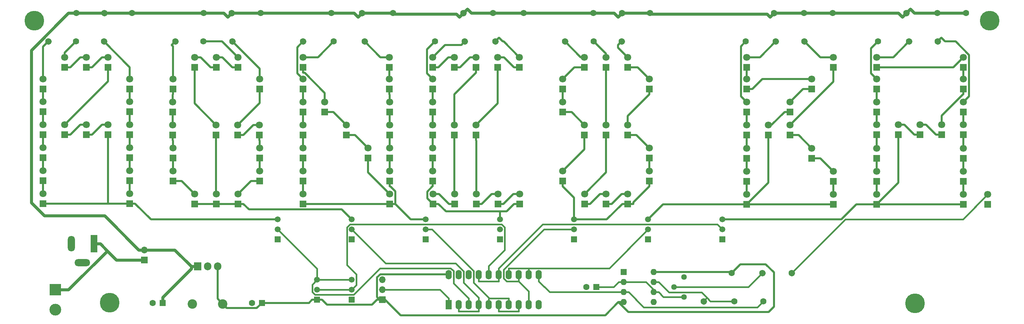
<source format=gtl>
%TF.GenerationSoftware,KiCad,Pcbnew,5.1.4-e60b266~84~ubuntu16.04.1*%
%TF.CreationDate,2019-09-30T10:39:29+07:00*%
%TF.ProjectId,led_agn,6c65645f-6167-46e2-9e6b-696361645f70,1.0*%
%TF.SameCoordinates,Original*%
%TF.FileFunction,Copper,L1,Top*%
%TF.FilePolarity,Positive*%
%FSLAX46Y46*%
G04 Gerber Fmt 4.6, Leading zero omitted, Abs format (unit mm)*
G04 Created by KiCad (PCBNEW 5.1.4-e60b266~84~ubuntu16.04.1) date 2019-09-30 10:39:29*
%MOMM*%
%LPD*%
G04 APERTURE LIST*
%ADD10C,5.000000*%
%ADD11O,1.700000X1.700000*%
%ADD12R,1.700000X1.700000*%
%ADD13C,1.440000*%
%ADD14O,1.905000X2.000000*%
%ADD15R,1.905000X2.000000*%
%ADD16O,1.600000X2.400000*%
%ADD17R,1.600000X2.400000*%
%ADD18O,1.600000X1.600000*%
%ADD19R,1.600000X1.600000*%
%ADD20C,1.600000*%
%ADD21C,1.600000*%
%ADD22R,1.500000X1.500000*%
%ADD23C,1.500000*%
%ADD24C,3.000000*%
%ADD25R,3.000000X3.000000*%
%ADD26R,1.800000X4.400000*%
%ADD27O,1.800000X4.000000*%
%ADD28O,4.000000X1.800000*%
%ADD29C,1.800000*%
%ADD30R,1.800000X1.800000*%
%ADD31C,2.400000*%
%ADD32C,0.762000*%
%ADD33C,0.508000*%
%ADD34C,0.381000*%
G04 APERTURE END LIST*
D10*
X250544800Y-100400400D03*
X45974000Y-100203000D03*
X269544800Y-28600400D03*
X26847800Y-28600400D03*
D11*
X54851300Y-86809600D03*
D12*
X54851300Y-89349600D03*
D13*
X191920000Y-98801100D03*
X189380000Y-96261100D03*
X191920000Y-93721100D03*
D14*
X73404400Y-91002900D03*
X70864400Y-91002900D03*
D15*
X68324400Y-91002900D03*
D16*
X132112000Y-93130000D03*
X154972000Y-100750000D03*
X134652000Y-93130000D03*
X152432000Y-100750000D03*
X137192000Y-93130000D03*
X149892000Y-100750000D03*
X139732000Y-93130000D03*
X147352000Y-100750000D03*
X142272000Y-93130000D03*
X144812000Y-100750000D03*
X144812000Y-93130000D03*
X142272000Y-100750000D03*
X147352000Y-93130000D03*
X139732000Y-100750000D03*
X149892000Y-93130000D03*
X137192000Y-100750000D03*
X152432000Y-93130000D03*
X134652000Y-100750000D03*
X154972000Y-93130000D03*
D17*
X132112000Y-100750000D03*
D18*
X184177000Y-92461100D03*
X176557000Y-100081100D03*
X184177000Y-95001100D03*
X176557000Y-97541100D03*
X184177000Y-97541100D03*
X176557000Y-95001100D03*
X184177000Y-100081100D03*
D19*
X176557000Y-92461100D03*
D20*
X256345795Y-33872705D03*
D21*
X256345795Y-33872705D02*
X256345795Y-33872705D01*
D20*
X263530000Y-26688500D03*
X248329205Y-26688495D03*
D21*
X248329205Y-26688495D02*
X248329205Y-26688495D01*
D20*
X241145000Y-33872700D03*
X249030795Y-33872705D03*
D21*
X249030795Y-33872705D02*
X249030795Y-33872705D01*
D20*
X256215000Y-26688500D03*
X222492795Y-33872705D03*
D21*
X222492795Y-33872705D02*
X222492795Y-33872705D01*
D20*
X229677000Y-26688500D03*
X214760205Y-26688495D03*
D21*
X214760205Y-26688495D02*
X214760205Y-26688495D01*
D20*
X207576000Y-33872700D03*
X215202795Y-33872705D03*
D21*
X215202795Y-33872705D02*
X215202795Y-33872705D01*
D20*
X222387000Y-26688500D03*
X176089795Y-33872705D03*
D21*
X176089795Y-33872705D02*
X176089795Y-33872705D01*
D20*
X183274000Y-26688500D03*
X176171205Y-26688495D03*
D21*
X176171205Y-26688495D02*
X176171205Y-26688495D01*
D20*
X168987000Y-33872700D03*
X161663795Y-33872705D03*
D21*
X161663795Y-33872705D02*
X161663795Y-33872705D01*
D20*
X168848000Y-26688500D03*
X143996795Y-33872705D03*
D21*
X143996795Y-33872705D02*
X143996795Y-33872705D01*
D20*
X151181000Y-26688500D03*
X135847205Y-26688495D03*
D21*
X135847205Y-26688495D02*
X135847205Y-26688495D01*
D20*
X128663000Y-33872700D03*
X136216795Y-33872705D03*
D21*
X136216795Y-33872705D02*
X136216795Y-33872705D01*
D20*
X143401000Y-26688500D03*
X110761795Y-33872705D03*
D21*
X110761795Y-33872705D02*
X110761795Y-33872705D01*
D20*
X117946000Y-26688500D03*
X110091205Y-26688495D03*
D21*
X110091205Y-26688495D02*
X110091205Y-26688495D01*
D20*
X102907000Y-33872700D03*
X95145795Y-33872705D03*
D21*
X95145795Y-33872705D02*
X95145795Y-33872705D01*
D20*
X102330000Y-26688500D03*
X77177795Y-33872705D03*
D21*
X77177795Y-33872705D02*
X77177795Y-33872705D01*
D20*
X84362000Y-26688500D03*
X77013105Y-26688495D03*
D21*
X77013105Y-26688495D02*
X77013105Y-26688495D01*
D20*
X69828900Y-33872700D03*
X62719895Y-33872705D03*
D21*
X62719895Y-33872705D02*
X62719895Y-33872705D01*
D20*
X69904100Y-26688500D03*
X44529895Y-33872705D03*
D21*
X44529895Y-33872705D02*
X44529895Y-33872705D01*
D20*
X51714100Y-26688500D03*
X44646005Y-26688495D03*
D21*
X44646005Y-26688495D02*
X44646005Y-26688495D01*
D20*
X37461800Y-33872700D03*
X30393695Y-33872705D03*
D21*
X30393695Y-33872705D02*
X30393695Y-33872705D01*
D20*
X37577900Y-26688500D03*
X211827205Y-92668995D03*
D21*
X211827205Y-92668995D02*
X211827205Y-92668995D01*
D20*
X204643000Y-99853200D03*
X219265205Y-92668995D03*
D21*
X219265205Y-92668995D02*
X219265205Y-92668995D01*
D20*
X212081000Y-99853200D03*
X196845795Y-99853205D03*
D21*
X196845795Y-99853205D02*
X196845795Y-99853205D01*
D20*
X204030000Y-92669000D03*
D22*
X201606000Y-84145900D03*
D23*
X201606000Y-79065900D03*
X201606000Y-81605900D03*
D22*
X182783000Y-84145900D03*
D23*
X182783000Y-79065900D03*
X182783000Y-81605900D03*
D22*
X163961000Y-84145900D03*
D23*
X163961000Y-79065900D03*
X163961000Y-81605900D03*
D22*
X145138000Y-84145900D03*
D23*
X145138000Y-79065900D03*
X145138000Y-81605900D03*
D22*
X126315000Y-84145900D03*
D23*
X126315000Y-79065900D03*
X126315000Y-81605900D03*
D22*
X107493000Y-84145900D03*
D23*
X107493000Y-79065900D03*
X107493000Y-81605900D03*
D22*
X88670200Y-84145900D03*
D23*
X88670200Y-79065900D03*
X88670200Y-81605900D03*
D22*
X107493000Y-99490100D03*
D23*
X107493000Y-94410100D03*
X107493000Y-96950100D03*
D22*
X98677900Y-99490100D03*
D23*
X98677900Y-94410100D03*
X98677900Y-96950100D03*
D11*
X115304000Y-94395100D03*
X115304000Y-96935100D03*
D12*
X115304000Y-99475100D03*
D24*
X32189400Y-102040700D03*
D25*
X32189400Y-96960700D03*
D26*
X42067500Y-85278200D03*
D27*
X36267500Y-85278200D03*
D28*
X39067500Y-90078200D03*
D29*
X262828000Y-72715600D03*
D30*
X262828000Y-75255600D03*
D29*
X262828000Y-66848900D03*
D30*
X262828000Y-69388900D03*
D29*
X262828000Y-60982200D03*
D30*
X262828000Y-63522200D03*
D29*
X262828000Y-55029300D03*
D30*
X262828000Y-57569300D03*
D29*
X262828000Y-49248900D03*
D30*
X262828000Y-51788900D03*
D29*
X240828000Y-72715600D03*
D30*
X240828000Y-75255600D03*
D29*
X240828000Y-66848900D03*
D30*
X240828000Y-69388900D03*
D29*
X240828000Y-60982200D03*
D30*
X240828000Y-63522200D03*
D29*
X240828000Y-55029300D03*
D30*
X240828000Y-57569300D03*
D29*
X240828000Y-49248900D03*
D30*
X240828000Y-51788900D03*
D29*
X240828000Y-43382200D03*
D30*
X240828000Y-45922200D03*
D29*
X246328000Y-55029300D03*
D30*
X246328000Y-57569300D03*
D29*
X251828000Y-55029300D03*
D30*
X251828000Y-57569300D03*
D29*
X257328000Y-55029300D03*
D30*
X257328000Y-57569300D03*
D29*
X262828000Y-43382200D03*
D30*
X262828000Y-45922200D03*
D29*
X262828000Y-37882200D03*
D30*
X262828000Y-40422200D03*
D29*
X240828000Y-37882200D03*
D30*
X240828000Y-40422200D03*
D29*
X229828000Y-72715600D03*
D30*
X229828000Y-75255600D03*
D29*
X229828000Y-66848900D03*
D30*
X229828000Y-69388900D03*
D29*
X224328000Y-60982200D03*
D30*
X224328000Y-63522200D03*
D29*
X218828000Y-55115600D03*
D30*
X218828000Y-57655600D03*
D29*
X229828000Y-37882200D03*
D30*
X229828000Y-40422200D03*
D29*
X207828000Y-72715600D03*
D30*
X207828000Y-75255600D03*
D29*
X207828000Y-66848900D03*
D30*
X207828000Y-69388900D03*
D29*
X207828000Y-60982200D03*
D30*
X207828000Y-63522200D03*
D29*
X207828000Y-55115600D03*
D30*
X207828000Y-57655600D03*
D29*
X207828000Y-49248900D03*
D30*
X207828000Y-51788900D03*
D29*
X213328000Y-55115600D03*
D30*
X213328000Y-57655600D03*
D29*
X218828000Y-49248900D03*
D30*
X218828000Y-51788900D03*
D29*
X224328000Y-43382200D03*
D30*
X224328000Y-45922200D03*
D29*
X207828000Y-43382200D03*
D30*
X207828000Y-45922200D03*
D29*
X207828000Y-37882200D03*
D30*
X207828000Y-40422200D03*
D29*
X183078000Y-66757200D03*
D30*
X183078000Y-69297200D03*
D29*
X183078000Y-60913500D03*
D30*
X183078000Y-63453500D03*
D29*
X177578000Y-55069700D03*
D30*
X177578000Y-57609700D03*
D29*
X183078000Y-43382200D03*
D30*
X183078000Y-45922200D03*
D29*
X177578000Y-37882200D03*
D30*
X177578000Y-40422200D03*
D29*
X177619000Y-72601000D03*
D30*
X177619000Y-75141000D03*
D29*
X172119000Y-72601000D03*
D30*
X172119000Y-75141000D03*
D29*
X166619000Y-72601000D03*
D30*
X166619000Y-75141000D03*
D29*
X172078000Y-55069700D03*
D30*
X172078000Y-57609700D03*
D29*
X172078000Y-37882200D03*
D30*
X172078000Y-40422200D03*
D29*
X161078000Y-66757200D03*
D30*
X161078000Y-69297200D03*
D29*
X166578000Y-55069700D03*
D30*
X166578000Y-57609700D03*
D29*
X161078000Y-49275100D03*
D30*
X161078000Y-51815100D03*
D29*
X161078000Y-43382200D03*
D30*
X161078000Y-45922200D03*
D29*
X166578000Y-37882200D03*
D30*
X166578000Y-40422200D03*
D29*
X150119000Y-72601000D03*
D30*
X150119000Y-75141000D03*
D29*
X144619000Y-72601000D03*
D30*
X144619000Y-75141000D03*
D29*
X139119000Y-72601000D03*
D30*
X139119000Y-75141000D03*
D29*
X139078000Y-55069700D03*
D30*
X139078000Y-57609700D03*
D29*
X144578000Y-37882200D03*
D30*
X144578000Y-40422200D03*
D29*
X150078000Y-37882200D03*
D30*
X150078000Y-40422200D03*
D29*
X128078000Y-66757200D03*
D30*
X128078000Y-69297200D03*
D29*
X128078000Y-60913500D03*
D30*
X128078000Y-63453500D03*
D29*
X128078000Y-55069700D03*
D30*
X128078000Y-57609700D03*
D29*
X128078000Y-49226000D03*
D30*
X128078000Y-51766000D03*
D29*
X128078000Y-43382200D03*
D30*
X128078000Y-45922200D03*
D29*
X128119000Y-72601000D03*
D30*
X128119000Y-75141000D03*
D29*
X133619000Y-72601000D03*
D30*
X133619000Y-75141000D03*
D29*
X133578000Y-55069700D03*
D30*
X133578000Y-57609700D03*
D29*
X139078000Y-37882200D03*
D30*
X139078000Y-40422200D03*
D29*
X133578000Y-37882200D03*
D30*
X133578000Y-40422200D03*
D29*
X128078000Y-37882200D03*
D30*
X128078000Y-40422200D03*
D29*
X117119000Y-66757200D03*
D30*
X117119000Y-69297200D03*
D29*
X117119000Y-60913500D03*
D30*
X117119000Y-63453500D03*
D29*
X117119000Y-55069700D03*
D30*
X117119000Y-57609700D03*
D29*
X117119000Y-49226000D03*
D30*
X117119000Y-51766000D03*
D29*
X117078000Y-43382200D03*
D30*
X117078000Y-45922200D03*
D29*
X117078000Y-37882200D03*
D30*
X117078000Y-40422200D03*
D29*
X117119000Y-72601000D03*
D30*
X117119000Y-75141000D03*
D29*
X111619000Y-60913500D03*
D30*
X111619000Y-63453500D03*
D29*
X106119000Y-55069700D03*
D30*
X106119000Y-57609700D03*
D29*
X100619000Y-49226000D03*
D30*
X100619000Y-51766000D03*
D29*
X95077900Y-37882200D03*
D30*
X95077900Y-40422200D03*
D29*
X95118600Y-72601000D03*
D30*
X95118600Y-75141000D03*
D29*
X95118600Y-66757200D03*
D30*
X95118600Y-69297200D03*
D29*
X95118600Y-60913500D03*
D30*
X95118600Y-63453500D03*
D29*
X95118600Y-55069700D03*
D30*
X95118600Y-57609700D03*
D29*
X95118600Y-49226000D03*
D30*
X95118600Y-51766000D03*
D29*
X95077900Y-43382200D03*
D30*
X95077900Y-45922200D03*
D29*
X78577900Y-72601000D03*
D30*
X78577900Y-75141000D03*
D29*
X84077900Y-66757200D03*
D30*
X84077900Y-69297200D03*
D29*
X84077900Y-60913500D03*
D30*
X84077900Y-63453500D03*
D29*
X84047400Y-55069700D03*
D30*
X84047400Y-57609700D03*
D29*
X78547400Y-55069700D03*
D30*
X78547400Y-57609700D03*
D29*
X84077900Y-43382200D03*
D30*
X84077900Y-45922200D03*
D29*
X73077900Y-72601000D03*
D30*
X73077900Y-75141000D03*
D29*
X73047400Y-55069700D03*
D30*
X73047400Y-57609700D03*
D29*
X67577900Y-37882200D03*
D30*
X67577900Y-40422200D03*
D29*
X73077900Y-37882200D03*
D30*
X73077900Y-40422200D03*
D29*
X78577900Y-37882200D03*
D30*
X78577900Y-40422200D03*
D29*
X67577900Y-72601000D03*
D30*
X67577900Y-75141000D03*
D29*
X62077900Y-66757200D03*
D30*
X62077900Y-69297200D03*
D29*
X62077900Y-60913500D03*
D30*
X62077900Y-63453500D03*
D29*
X62047400Y-55069700D03*
D30*
X62047400Y-57609700D03*
D29*
X62047400Y-49226000D03*
D30*
X62047400Y-51766000D03*
D29*
X62077900Y-43382200D03*
D30*
X62077900Y-45922200D03*
D29*
X51077900Y-72499900D03*
D30*
X51077900Y-75039900D03*
D29*
X51077900Y-66676400D03*
D30*
X51077900Y-69216400D03*
D29*
X51077900Y-60852800D03*
D30*
X51077900Y-63392800D03*
D29*
X51077900Y-55029300D03*
D30*
X51077900Y-57569300D03*
D29*
X51077900Y-49205800D03*
D30*
X51077900Y-51745800D03*
D29*
X51077900Y-43382200D03*
D30*
X51077900Y-45922200D03*
D29*
X45577900Y-55029300D03*
D30*
X45577900Y-57569300D03*
D29*
X40077900Y-55029300D03*
D30*
X40077900Y-57569300D03*
D29*
X34577900Y-55029300D03*
D30*
X34577900Y-57569300D03*
D29*
X45577900Y-37882200D03*
D30*
X45577900Y-40422200D03*
D29*
X40077900Y-37882200D03*
D30*
X40077900Y-40422200D03*
D29*
X34577900Y-37882200D03*
D30*
X34577900Y-40422200D03*
D29*
X29077900Y-72499900D03*
D30*
X29077900Y-75039900D03*
D29*
X29077900Y-66676400D03*
D30*
X29077900Y-69216400D03*
D29*
X29077900Y-60852800D03*
D30*
X29077900Y-63392800D03*
D29*
X29077900Y-55029300D03*
D30*
X29077900Y-57569300D03*
D29*
X29077900Y-49205800D03*
D30*
X29077900Y-51745800D03*
D29*
X29077900Y-43382200D03*
D30*
X29077900Y-45922200D03*
D29*
X269056000Y-72715600D03*
D30*
X269056000Y-75255600D03*
D31*
X66989400Y-100575000D03*
X74739400Y-100575000D03*
D20*
X167108000Y-96261100D03*
D19*
X169608000Y-96261100D03*
D20*
X82187600Y-100275000D03*
D19*
X84687600Y-100275000D03*
D20*
X56951500Y-100275000D03*
D19*
X59451500Y-100275000D03*
D32*
X66736600Y-91002900D02*
X62543300Y-86809600D01*
X62543300Y-86809600D02*
X54851300Y-86809600D01*
X67530500Y-91002900D02*
X66736600Y-91002900D01*
X68324400Y-91002900D02*
X67530500Y-91002900D01*
X37577900Y-26688500D02*
X38050000Y-26688500D01*
X256215000Y-26688500D02*
X263530000Y-26688500D01*
X249344100Y-25673600D02*
X250359000Y-26688500D01*
X250359000Y-26688500D02*
X256215000Y-26688500D01*
X248329200Y-26688500D02*
X249344100Y-25673600D01*
X248329200Y-26688500D02*
X247314400Y-27703300D01*
X229677000Y-26688500D02*
X246299500Y-26688500D01*
X246299500Y-26688500D02*
X247314400Y-27703300D01*
X222387000Y-26688500D02*
X229677000Y-26688500D01*
X214252800Y-27195900D02*
X213745400Y-27703300D01*
X214760200Y-26688500D02*
X214252800Y-27195900D01*
X183274000Y-26942200D02*
X212984200Y-26942200D01*
X212984200Y-26942200D02*
X213745400Y-27703300D01*
X183274000Y-26942200D02*
X183274000Y-26688500D01*
X175663800Y-27195900D02*
X175156400Y-27703300D01*
X176171200Y-26688500D02*
X175663800Y-27195900D01*
X168848000Y-26688500D02*
X174141500Y-26688500D01*
X174141500Y-26688500D02*
X175156400Y-27703300D01*
X151181000Y-26688500D02*
X168848000Y-26688500D01*
X143401000Y-26688500D02*
X151181000Y-26688500D01*
X136862100Y-25673600D02*
X137877000Y-26688500D01*
X137877000Y-26688500D02*
X143401000Y-26688500D01*
X135847200Y-26688500D02*
X136862100Y-25673600D01*
X117946000Y-26942200D02*
X134071200Y-26942200D01*
X134071200Y-26942200D02*
X134832400Y-27703300D01*
X117946000Y-26942200D02*
X117946000Y-26688500D01*
X135847200Y-26688500D02*
X134832400Y-27703300D01*
X109583800Y-27195900D02*
X109076400Y-27703300D01*
X110091200Y-26688500D02*
X109583800Y-27195900D01*
X102330000Y-26688500D02*
X108061500Y-26688500D01*
X108061500Y-26688500D02*
X109076400Y-27703300D01*
X84362000Y-26688500D02*
X102330000Y-26688500D01*
X76505700Y-27195900D02*
X75998300Y-27703300D01*
X77013100Y-26688500D02*
X76505700Y-27195900D01*
X69904100Y-26688500D02*
X74983400Y-26688500D01*
X74983400Y-26688500D02*
X75998300Y-27703300D01*
X51714100Y-26688500D02*
X69904100Y-26688500D01*
X59451500Y-100275000D02*
X59451500Y-98839700D01*
X59451500Y-98839700D02*
X66736600Y-91554600D01*
X66736600Y-91554600D02*
X66736600Y-91002900D01*
X53366000Y-86809600D02*
X54851300Y-86809600D01*
X35536500Y-26688500D02*
X26111200Y-36113800D01*
X44712200Y-78155800D02*
X53366000Y-86809600D01*
X26111200Y-36113800D02*
X26111200Y-74856100D01*
X26111200Y-74856100D02*
X29410900Y-78155800D01*
X37577900Y-26688500D02*
X35536500Y-26688500D01*
X29410900Y-78155800D02*
X44712200Y-78155800D01*
X44646010Y-26688500D02*
X44646005Y-26688495D01*
X51714100Y-26688500D02*
X44646010Y-26688500D01*
X37577905Y-26688495D02*
X37577900Y-26688500D01*
X44646005Y-26688495D02*
X37577905Y-26688495D01*
X214760210Y-26688500D02*
X214760205Y-26688495D01*
X222387000Y-26688500D02*
X214760210Y-26688500D01*
X176171210Y-26688500D02*
X176171205Y-26688495D01*
X183274000Y-26688500D02*
X176171210Y-26688500D01*
X110091210Y-26688500D02*
X110091205Y-26688495D01*
X117946000Y-26688500D02*
X110091210Y-26688500D01*
X77013110Y-26688500D02*
X77013105Y-26688495D01*
X84362000Y-26688500D02*
X77013110Y-26688500D01*
D33*
X114624900Y-99475100D02*
X113936400Y-98786600D01*
X113936400Y-98786600D02*
X113936400Y-93815900D01*
X113936400Y-93815900D02*
X114740500Y-93011800D01*
X114740500Y-93011800D02*
X131993800Y-93011800D01*
X131993800Y-93011800D02*
X132112000Y-93130000D01*
X114624900Y-99475100D02*
X113945700Y-99475100D01*
X115304000Y-99475100D02*
X114624900Y-99475100D01*
X204030000Y-92669000D02*
X203822100Y-92461100D01*
X203822100Y-92461100D02*
X184177000Y-92461100D01*
X176557000Y-100081100D02*
X175248700Y-100081100D01*
X73404400Y-91002900D02*
X73404400Y-99240000D01*
X73404400Y-99240000D02*
X74739400Y-100575000D01*
X74739400Y-100575000D02*
X75762300Y-101597900D01*
X75762300Y-101597900D02*
X83364700Y-101597900D01*
X83364700Y-101597900D02*
X84687600Y-100275000D01*
X98677900Y-99490100D02*
X99936200Y-99490100D01*
X113945700Y-99475100D02*
X112672400Y-100748400D01*
X112672400Y-100748400D02*
X101194500Y-100748400D01*
X101194500Y-100748400D02*
X99936200Y-99490100D01*
X98677900Y-99490100D02*
X97419600Y-99490100D01*
X84687600Y-100275000D02*
X96634700Y-100275000D01*
X96634700Y-100275000D02*
X97419600Y-99490100D01*
X119936900Y-103428800D02*
X171901000Y-103428800D01*
X115304000Y-99475100D02*
X115983200Y-99475100D01*
X171901000Y-103428800D02*
X175248700Y-100081100D01*
X115983200Y-99475100D02*
X119936900Y-103428800D01*
X206224200Y-90474800D02*
X204030000Y-92669000D01*
X212674200Y-90474800D02*
X206224200Y-90474800D01*
X213385400Y-102616000D02*
X214731600Y-101269800D01*
X214731600Y-92532200D02*
X212674200Y-90474800D01*
X177783600Y-102616000D02*
X213385400Y-102616000D01*
X175248700Y-100081100D02*
X177783600Y-102616000D01*
X214731600Y-101269800D02*
X214731600Y-92532200D01*
D34*
X184799400Y-97541100D02*
X182259400Y-95001100D01*
X182259400Y-95001100D02*
X176557000Y-95001100D01*
X184799400Y-97541100D02*
X185421800Y-97541100D01*
X184177000Y-97541100D02*
X184799400Y-97541100D01*
X185421800Y-97541100D02*
X186681800Y-98801100D01*
X186681800Y-98801100D02*
X191920000Y-98801100D01*
X176557000Y-95001100D02*
X176160400Y-95001100D01*
X175942600Y-95001100D02*
X175312200Y-95001100D01*
X175942600Y-95001100D02*
X176160400Y-95001100D01*
X169608000Y-96261100D02*
X174052200Y-96261100D01*
X174052200Y-96261100D02*
X175312200Y-95001100D01*
X232894480Y-79039720D02*
X219265200Y-92669000D01*
X262731880Y-79039720D02*
X232894480Y-79039720D01*
X269056000Y-72715600D02*
X262731880Y-79039720D01*
D33*
X29077900Y-43382200D02*
X29077900Y-35188500D01*
X29077900Y-35188500D02*
X30393700Y-33872700D01*
X29077900Y-45922200D02*
X29077900Y-49205800D01*
X29077900Y-51745800D02*
X29077900Y-55029300D01*
X29077900Y-57569300D02*
X29077900Y-60852800D01*
X29077900Y-63392800D02*
X29077900Y-66676400D01*
X29077900Y-69216400D02*
X29077900Y-72499900D01*
X51077900Y-75039900D02*
X52486200Y-75039900D01*
X52486200Y-75039900D02*
X56512200Y-79065900D01*
X56512200Y-79065900D02*
X88670200Y-79065900D01*
X45577900Y-75039900D02*
X51077900Y-75039900D01*
X29077900Y-75039900D02*
X45577900Y-75039900D01*
X45577900Y-57569300D02*
X45577900Y-75039900D01*
X34577900Y-37882200D02*
X34577900Y-36756600D01*
X34577900Y-36756600D02*
X37461800Y-33872700D01*
X34577900Y-40422200D02*
X35986200Y-40422200D01*
X35986200Y-40422200D02*
X38526200Y-37882200D01*
X38526200Y-37882200D02*
X40077900Y-37882200D01*
X40077900Y-40422200D02*
X41486200Y-40422200D01*
X41486200Y-40422200D02*
X44026200Y-37882200D01*
X44026200Y-37882200D02*
X45577900Y-37882200D01*
X45577900Y-40422200D02*
X45577900Y-44029300D01*
X45577900Y-44029300D02*
X34577900Y-55029300D01*
X34577900Y-57569300D02*
X35986200Y-57569300D01*
X35986200Y-57569300D02*
X38526200Y-55029300D01*
X38526200Y-55029300D02*
X40077900Y-55029300D01*
X40077900Y-57569300D02*
X41486200Y-57569300D01*
X41486200Y-57569300D02*
X44026200Y-55029300D01*
X44026200Y-55029300D02*
X45577900Y-55029300D01*
X51077900Y-43382200D02*
X51077900Y-40420700D01*
X51077900Y-40420700D02*
X44529900Y-33872700D01*
X51077900Y-45922200D02*
X51077900Y-49205800D01*
X51077900Y-51745800D02*
X51077900Y-55029300D01*
X51077900Y-57569300D02*
X51077900Y-60852800D01*
X51077900Y-63392800D02*
X51077900Y-66676400D01*
X51077900Y-69216400D02*
X51077900Y-72499900D01*
X62719900Y-33872700D02*
X61794800Y-34797800D01*
X62077900Y-43382200D02*
X62077900Y-35080900D01*
X62077900Y-35080900D02*
X61794800Y-34797800D01*
X62077900Y-45922200D02*
X62077900Y-47330500D01*
X62077900Y-47330500D02*
X62047400Y-47361000D01*
X62047400Y-47361000D02*
X62047400Y-49226000D01*
X62047400Y-51766000D02*
X62047400Y-55069700D01*
X62047400Y-57609700D02*
X62047400Y-59018000D01*
X62047400Y-59018000D02*
X62077900Y-59048500D01*
X62077900Y-59048500D02*
X62077900Y-60913500D01*
X62077900Y-63453500D02*
X62077900Y-66757200D01*
X62077900Y-69297200D02*
X64274100Y-69297200D01*
X64274100Y-69297200D02*
X67577900Y-72601000D01*
X78577900Y-75141000D02*
X79986200Y-75141000D01*
X79986200Y-75141000D02*
X81394500Y-76549300D01*
X81394500Y-76549300D02*
X104976400Y-76549300D01*
X104976400Y-76549300D02*
X107493000Y-79065900D01*
X73077900Y-75141000D02*
X78577900Y-75141000D01*
X67577900Y-75141000D02*
X73077900Y-75141000D01*
X78577900Y-37882200D02*
X74568400Y-33872700D01*
X74568400Y-33872700D02*
X69828900Y-33872700D01*
X78577900Y-40422200D02*
X77169600Y-40422200D01*
X77169600Y-40422200D02*
X74629600Y-37882200D01*
X74629600Y-37882200D02*
X73077900Y-37882200D01*
X73077900Y-40422200D02*
X71669600Y-40422200D01*
X71669600Y-40422200D02*
X69129600Y-37882200D01*
X69129600Y-37882200D02*
X67577900Y-37882200D01*
X67577900Y-40422200D02*
X67577900Y-49600200D01*
X67577900Y-49600200D02*
X73047400Y-55069700D01*
X73047400Y-57609700D02*
X73047400Y-72570500D01*
X73047400Y-72570500D02*
X73077900Y-72601000D01*
X84077900Y-43382200D02*
X84077900Y-40772800D01*
X84077900Y-40772800D02*
X77177800Y-33872700D01*
X84077900Y-45922200D02*
X84077900Y-49539200D01*
X84077900Y-49539200D02*
X78547400Y-55069700D01*
X78547400Y-57609700D02*
X79955700Y-57609700D01*
X79955700Y-57609700D02*
X82495700Y-55069700D01*
X82495700Y-55069700D02*
X84047400Y-55069700D01*
X84047400Y-57609700D02*
X84047400Y-59018000D01*
X84047400Y-59018000D02*
X84077900Y-59048500D01*
X84077900Y-59048500D02*
X84077900Y-60913500D01*
X84077900Y-63453500D02*
X84077900Y-66757200D01*
X84077900Y-69297200D02*
X81881700Y-69297200D01*
X81881700Y-69297200D02*
X78577900Y-72601000D01*
X95077900Y-43382200D02*
X93653000Y-41957300D01*
X93653000Y-41957300D02*
X93653000Y-35365500D01*
X93653000Y-35365500D02*
X95145800Y-33872700D01*
X95077900Y-45922200D02*
X95077900Y-47330500D01*
X95077900Y-47330500D02*
X95118600Y-47371200D01*
X95118600Y-47371200D02*
X95118600Y-49226000D01*
X95118600Y-51766000D02*
X95118600Y-55069700D01*
X95118600Y-57609700D02*
X95118600Y-60913500D01*
X95118600Y-63453500D02*
X95118600Y-66757200D01*
X95118600Y-69297200D02*
X95118600Y-72601000D01*
X117119000Y-69297200D02*
X117119000Y-70705500D01*
X117119000Y-70705500D02*
X117295200Y-70705500D01*
X117295200Y-70705500D02*
X118527300Y-71937600D01*
X118527300Y-71937600D02*
X118527300Y-75141000D01*
X117119000Y-75141000D02*
X118527300Y-75141000D01*
X118527300Y-75141000D02*
X122452200Y-79065900D01*
X122452200Y-79065900D02*
X126315000Y-79065900D01*
X95118600Y-75141000D02*
X117119000Y-75141000D01*
X95077900Y-37882200D02*
X98897500Y-37882200D01*
X98897500Y-37882200D02*
X102907000Y-33872700D01*
X95077900Y-40422200D02*
X95077900Y-41830500D01*
X95077900Y-41830500D02*
X95518000Y-41830500D01*
X95518000Y-41830500D02*
X100619000Y-46931500D01*
X100619000Y-46931500D02*
X100619000Y-49226000D01*
X100619000Y-51766000D02*
X102815300Y-51766000D01*
X102815300Y-51766000D02*
X106119000Y-55069700D01*
X106119000Y-57609700D02*
X108315200Y-57609700D01*
X108315200Y-57609700D02*
X111619000Y-60913500D01*
X111619000Y-63453500D02*
X111619000Y-67101000D01*
X111619000Y-67101000D02*
X117119000Y-72601000D01*
X117078000Y-37882200D02*
X114771300Y-37882200D01*
X114771300Y-37882200D02*
X110761800Y-33872700D01*
X117078000Y-40422200D02*
X117078000Y-43382200D01*
X117078000Y-45922200D02*
X117078000Y-47330500D01*
X117078000Y-47330500D02*
X117119000Y-47371500D01*
X117119000Y-47371500D02*
X117119000Y-49226000D01*
X117119000Y-51766000D02*
X117119000Y-55069700D01*
X117119000Y-57609700D02*
X117119000Y-60913500D01*
X117119000Y-63453500D02*
X117119000Y-66757200D01*
X136216800Y-33872700D02*
X135291700Y-34797800D01*
X128078000Y-37882200D02*
X131162400Y-34797800D01*
X131162400Y-34797800D02*
X135291700Y-34797800D01*
X128078000Y-40422200D02*
X129486300Y-40422200D01*
X129486300Y-40422200D02*
X132026300Y-37882200D01*
X132026300Y-37882200D02*
X133578000Y-37882200D01*
X133578000Y-40422200D02*
X134986300Y-40422200D01*
X134986300Y-40422200D02*
X137526300Y-37882200D01*
X137526300Y-37882200D02*
X139078000Y-37882200D01*
X139078000Y-40422200D02*
X139078000Y-41830500D01*
X139078000Y-41830500D02*
X133578000Y-47330500D01*
X133578000Y-47330500D02*
X133578000Y-55069700D01*
X133578000Y-57609700D02*
X133578000Y-72560000D01*
X133578000Y-72560000D02*
X133619000Y-72601000D01*
X133619000Y-75141000D02*
X132210700Y-75141000D01*
X132210700Y-75141000D02*
X129670700Y-72601000D01*
X129670700Y-72601000D02*
X128119000Y-72601000D01*
X145138000Y-77039900D02*
X131426200Y-77039900D01*
X131426200Y-77039900D02*
X129527300Y-75141000D01*
X148710700Y-75141000D02*
X146811800Y-77039900D01*
X146811800Y-77039900D02*
X145138000Y-77039900D01*
X145138000Y-77039900D02*
X145138000Y-79065900D01*
X128119000Y-75141000D02*
X129527300Y-75141000D01*
X150119000Y-75141000D02*
X148710700Y-75141000D01*
X128119000Y-75141000D02*
X126669700Y-73691700D01*
X126669700Y-73691700D02*
X126669700Y-72025600D01*
X126669700Y-72025600D02*
X127989800Y-70705500D01*
X127989800Y-70705500D02*
X128078000Y-70705500D01*
X128078000Y-69297200D02*
X128078000Y-70705500D01*
X128078000Y-43382200D02*
X126628900Y-41933100D01*
X126628900Y-41933100D02*
X126628900Y-35906800D01*
X126628900Y-35906800D02*
X128663000Y-33872700D01*
X128078000Y-45922200D02*
X128078000Y-49226000D01*
X128078000Y-51766000D02*
X128078000Y-55069700D01*
X128078000Y-57609700D02*
X128078000Y-60913500D01*
X128078000Y-63453500D02*
X128078000Y-66757200D01*
X143996800Y-33872700D02*
X144921900Y-32947600D01*
X150078000Y-37882200D02*
X146068500Y-33872700D01*
X146068500Y-33872700D02*
X145846900Y-33872700D01*
X145846900Y-33872700D02*
X144921900Y-32947600D01*
X150078000Y-40422200D02*
X148669700Y-40422200D01*
X148669700Y-40422200D02*
X146129700Y-37882200D01*
X146129700Y-37882200D02*
X144578000Y-37882200D01*
X144578000Y-40422200D02*
X144578000Y-49569700D01*
X144578000Y-49569700D02*
X139078000Y-55069700D01*
X139078000Y-57609700D02*
X139078000Y-59018000D01*
X139078000Y-59018000D02*
X139119000Y-59059000D01*
X139119000Y-59059000D02*
X139119000Y-72601000D01*
X139119000Y-75141000D02*
X140527300Y-75141000D01*
X140527300Y-75141000D02*
X143067300Y-72601000D01*
X143067300Y-72601000D02*
X144619000Y-72601000D01*
X144619000Y-75141000D02*
X146027300Y-75141000D01*
X146027300Y-75141000D02*
X148567300Y-72601000D01*
X148567300Y-72601000D02*
X150119000Y-72601000D01*
X166578000Y-37882200D02*
X165673300Y-37882200D01*
X165673300Y-37882200D02*
X161663800Y-33872700D01*
X166578000Y-40422200D02*
X164038000Y-40422200D01*
X164038000Y-40422200D02*
X161078000Y-43382200D01*
X161078000Y-45922200D02*
X161078000Y-49275100D01*
X161078000Y-51815100D02*
X163323400Y-51815100D01*
X163323400Y-51815100D02*
X166578000Y-55069700D01*
X166578000Y-57609700D02*
X166578000Y-61257200D01*
X166578000Y-61257200D02*
X161078000Y-66757200D01*
X177619000Y-75141000D02*
X179027300Y-75141000D01*
X183078000Y-69297200D02*
X183078000Y-70705500D01*
X161078000Y-69297200D02*
X161078000Y-70705500D01*
X161078000Y-70705500D02*
X163961000Y-73588500D01*
X163961000Y-73588500D02*
X163961000Y-79065900D01*
X179027300Y-75141000D02*
X179027300Y-74756200D01*
X179027300Y-74756200D02*
X183078000Y-70705500D01*
X177619000Y-75141000D02*
X176210700Y-75141000D01*
X176210700Y-75141000D02*
X172285800Y-79065900D01*
X172285800Y-79065900D02*
X163961000Y-79065900D01*
X172078000Y-37882200D02*
X172078000Y-36963700D01*
X172078000Y-36963700D02*
X168987000Y-33872700D01*
X172078000Y-40422200D02*
X172078000Y-55069700D01*
X172078000Y-57609700D02*
X172078000Y-67142000D01*
X172078000Y-67142000D02*
X166619000Y-72601000D01*
X166619000Y-75141000D02*
X168027300Y-75141000D01*
X168027300Y-75141000D02*
X170567300Y-72601000D01*
X170567300Y-72601000D02*
X172119000Y-72601000D01*
X172119000Y-75141000D02*
X173527300Y-75141000D01*
X173527300Y-75141000D02*
X176067300Y-72601000D01*
X176067300Y-72601000D02*
X177619000Y-72601000D01*
X176089800Y-33872700D02*
X175164700Y-34797800D01*
X177578000Y-37882200D02*
X175164700Y-35468900D01*
X175164700Y-35468900D02*
X175164700Y-34797800D01*
X177578000Y-40422200D02*
X180118000Y-40422200D01*
X180118000Y-40422200D02*
X183078000Y-43382200D01*
X183078000Y-45922200D02*
X183078000Y-47330500D01*
X183078000Y-47330500D02*
X177578000Y-52830500D01*
X177578000Y-52830500D02*
X177578000Y-55069700D01*
X177578000Y-57609700D02*
X179774200Y-57609700D01*
X179774200Y-57609700D02*
X183078000Y-60913500D01*
X183078000Y-63453500D02*
X183078000Y-66757200D01*
X207828000Y-37882200D02*
X211193300Y-37882200D01*
X211193300Y-37882200D02*
X215202800Y-33872700D01*
X207828000Y-40422200D02*
X207828000Y-43382200D01*
X207828000Y-45922200D02*
X209236300Y-45922200D01*
X209236300Y-45922200D02*
X211776300Y-43382200D01*
X211776300Y-43382200D02*
X224328000Y-43382200D01*
X224328000Y-45922200D02*
X222154700Y-45922200D01*
X222154700Y-45922200D02*
X218828000Y-49248900D01*
X218828000Y-51788900D02*
X217419700Y-51788900D01*
X217419700Y-51788900D02*
X214093000Y-55115600D01*
X214093000Y-55115600D02*
X213328000Y-55115600D01*
X207828000Y-75255600D02*
X186593300Y-75255600D01*
X186593300Y-75255600D02*
X182783000Y-79065900D01*
X229828000Y-75255600D02*
X207828000Y-75255600D01*
X213328000Y-57655600D02*
X213328000Y-69755600D01*
X213328000Y-69755600D02*
X207828000Y-75255600D01*
X207828000Y-51788900D02*
X207828000Y-55115600D01*
X207828000Y-57655600D02*
X207828000Y-60982200D01*
X207828000Y-63522200D02*
X207828000Y-66848900D01*
X207828000Y-69388900D02*
X207828000Y-72715600D01*
X229828000Y-37882200D02*
X226502300Y-37882200D01*
X226502300Y-37882200D02*
X222492800Y-33872700D01*
X229828000Y-40422200D02*
X229828000Y-44115600D01*
X229828000Y-44115600D02*
X218828000Y-55115600D01*
X218828000Y-57655600D02*
X221001400Y-57655600D01*
X221001400Y-57655600D02*
X224328000Y-60982200D01*
X224328000Y-63522200D02*
X226501300Y-63522200D01*
X226501300Y-63522200D02*
X229828000Y-66848900D01*
X229828000Y-69388900D02*
X229828000Y-72715600D01*
X240828000Y-37882200D02*
X245021300Y-37882200D01*
X245021300Y-37882200D02*
X249030800Y-33872700D01*
X240828000Y-40422200D02*
X260288000Y-40422200D01*
X260288000Y-40422200D02*
X262828000Y-37882200D01*
X262828000Y-40422200D02*
X262828000Y-43382200D01*
X262828000Y-45922200D02*
X262828000Y-47330500D01*
X262828000Y-47330500D02*
X262740000Y-47330500D01*
X262740000Y-47330500D02*
X257328000Y-52742500D01*
X257328000Y-52742500D02*
X257328000Y-55029300D01*
X257328000Y-57569300D02*
X255919700Y-57569300D01*
X255919700Y-57569300D02*
X253379700Y-55029300D01*
X253379700Y-55029300D02*
X251828000Y-55029300D01*
X251828000Y-57569300D02*
X250419700Y-57569300D01*
X250419700Y-57569300D02*
X247879700Y-55029300D01*
X247879700Y-55029300D02*
X246328000Y-55029300D01*
X262828000Y-75255600D02*
X240828000Y-75255600D01*
X246328000Y-57569300D02*
X246328000Y-69755600D01*
X246328000Y-69755600D02*
X240828000Y-75255600D01*
X231880458Y-79065900D02*
X202666660Y-79065900D01*
X240828000Y-75255600D02*
X235690758Y-75255600D01*
X202666660Y-79065900D02*
X201606000Y-79065900D01*
X235690758Y-75255600D02*
X231880458Y-79065900D01*
X240828000Y-43382200D02*
X239400400Y-41954600D01*
X239400400Y-41954600D02*
X239400400Y-35617300D01*
X239400400Y-35617300D02*
X241145000Y-33872700D01*
X240828000Y-45922200D02*
X240828000Y-49248900D01*
X240828000Y-51788900D02*
X240828000Y-55029300D01*
X240828000Y-57569300D02*
X240828000Y-60982200D01*
X240828000Y-63522200D02*
X240828000Y-66848900D01*
X240828000Y-69388900D02*
X240828000Y-72715600D01*
X256345800Y-33872700D02*
X257270900Y-32947600D01*
X262828000Y-49248900D02*
X264282000Y-47794900D01*
X264282000Y-47794900D02*
X264282000Y-37298800D01*
X264282000Y-37298800D02*
X260855900Y-33872700D01*
X260855900Y-33872700D02*
X258195900Y-33872700D01*
X258195900Y-33872700D02*
X257270900Y-32947600D01*
X262828000Y-51788900D02*
X262828000Y-55029300D01*
X262828000Y-57569300D02*
X262828000Y-60982200D01*
X262828000Y-63522200D02*
X262828000Y-66848900D01*
X262828000Y-69388900D02*
X262828000Y-72715600D01*
D32*
X45386000Y-87061400D02*
X47674200Y-89349600D01*
X47674200Y-89349600D02*
X54851300Y-89349600D01*
X43602800Y-85278200D02*
X45386000Y-87061400D01*
X32189400Y-96960700D02*
X35486700Y-96960700D01*
X35486700Y-96960700D02*
X45386000Y-87061400D01*
X42067500Y-85278200D02*
X43602800Y-85278200D01*
D34*
X115304000Y-96935100D02*
X129941900Y-96935100D01*
X129941900Y-96935100D02*
X132112000Y-99105200D01*
X132112000Y-100750000D02*
X132112000Y-99105200D01*
X137192000Y-100750000D02*
X137192000Y-99105200D01*
X98677900Y-94410100D02*
X97473800Y-95614200D01*
X97473800Y-95614200D02*
X97473800Y-97480400D01*
X97473800Y-97480400D02*
X98179000Y-98185600D01*
X98179000Y-98185600D02*
X107956000Y-98185600D01*
X107956000Y-98185600D02*
X114656400Y-91485200D01*
X114656400Y-91485200D02*
X132649300Y-91485200D01*
X132649300Y-91485200D02*
X133382000Y-92217900D01*
X133382000Y-92217900D02*
X133382000Y-95295200D01*
X133382000Y-95295200D02*
X137192000Y-99105200D01*
X107493000Y-94410100D02*
X98677900Y-94410100D01*
X98677900Y-94410100D02*
X98677900Y-91613600D01*
X98677900Y-91613600D02*
X88670200Y-81605900D01*
X107493000Y-96950100D02*
X108694900Y-95748200D01*
X108694900Y-95748200D02*
X108694900Y-93057200D01*
X108694900Y-93057200D02*
X106294200Y-90656500D01*
X106294200Y-90656500D02*
X106294200Y-81082700D01*
X106294200Y-81082700D02*
X107041000Y-80335900D01*
X107041000Y-80335900D02*
X145600600Y-80335900D01*
X145600600Y-80335900D02*
X146332900Y-81068200D01*
X146332900Y-81068200D02*
X146332900Y-86846200D01*
X146332900Y-86846200D02*
X142272000Y-90907100D01*
X142272000Y-90907100D02*
X142272000Y-93130000D01*
X98677900Y-96950100D02*
X107493000Y-96950100D01*
X139732000Y-100750000D02*
X139732000Y-98968900D01*
X139732000Y-98968900D02*
X135947100Y-95184000D01*
X135947100Y-95184000D02*
X135947100Y-92235400D01*
X135947100Y-92235400D02*
X133926200Y-90214500D01*
X133926200Y-90214500D02*
X116101600Y-90214500D01*
X116101600Y-90214500D02*
X107493000Y-81605900D01*
X139732000Y-100867300D02*
X139732000Y-100750000D01*
X139732000Y-100867300D02*
X139732000Y-102394800D01*
X134652000Y-100750000D02*
X134652000Y-102394800D01*
X134652000Y-102394800D02*
X139732000Y-102394800D01*
X126315000Y-81605900D02*
X127852600Y-81605900D01*
X127852600Y-81605900D02*
X138462000Y-92215300D01*
X138462000Y-92215300D02*
X138462000Y-95136400D01*
X138462000Y-95136400D02*
X142430800Y-99105200D01*
X142430800Y-99105200D02*
X147352000Y-99105200D01*
X142272000Y-99264000D02*
X142430800Y-99105200D01*
X147352000Y-100750000D02*
X147352000Y-99105200D01*
X142272000Y-100750000D02*
X142272000Y-99264000D01*
X149892000Y-100973000D02*
X149892000Y-100750000D01*
X149892000Y-100973000D02*
X149892000Y-102394800D01*
X144812000Y-100750000D02*
X144812000Y-102394800D01*
X144812000Y-102394800D02*
X149892000Y-102394800D01*
X163961000Y-81605900D02*
X156332700Y-81605900D01*
X156332700Y-81605900D02*
X146082000Y-91856600D01*
X146082000Y-91856600D02*
X146082000Y-94041200D01*
X146082000Y-94041200D02*
X146815600Y-94774800D01*
X146815600Y-94774800D02*
X149892000Y-94774800D01*
X149892000Y-93130000D02*
X149892000Y-94774800D01*
X152432000Y-100750000D02*
X152432000Y-97314800D01*
X152432000Y-97314800D02*
X149892000Y-94774800D01*
X147352000Y-93130000D02*
X147352000Y-91485200D01*
X152432000Y-91485200D02*
X147352000Y-91485200D01*
X152432000Y-91644000D02*
X152432000Y-91485200D01*
X152432000Y-92307600D02*
X152432000Y-91644000D01*
X152432000Y-93130000D02*
X152432000Y-92750500D01*
X152432000Y-92307600D02*
X152432000Y-92750500D01*
X182783000Y-81605900D02*
X172903700Y-91485200D01*
X172903700Y-91485200D02*
X152432000Y-91485200D01*
X139732000Y-93130000D02*
X139732000Y-94774800D01*
X144812000Y-93130000D02*
X144812000Y-94774800D01*
X144812000Y-94774800D02*
X139732000Y-94774800D01*
X144812000Y-92307600D02*
X144812000Y-93130000D01*
X144812000Y-92307600D02*
X144812000Y-91485200D01*
X144812000Y-91485200D02*
X155961300Y-80335900D01*
X155961300Y-80335900D02*
X200336000Y-80335900D01*
X200336000Y-80335900D02*
X201606000Y-81605900D01*
X184177000Y-95001100D02*
X185421800Y-95001100D01*
X197726000Y-98973000D02*
X196389100Y-97636200D01*
X196389100Y-97636200D02*
X188056900Y-97636200D01*
X188056900Y-97636200D02*
X185421800Y-95001100D01*
X204643000Y-99853200D02*
X198606100Y-99853200D01*
X198606100Y-99853200D02*
X197726000Y-98973000D01*
X196845800Y-99853200D02*
X197726000Y-98973000D01*
X154972000Y-93130000D02*
X154972000Y-94774800D01*
X176557000Y-97541100D02*
X157738300Y-97541100D01*
X157738300Y-97541100D02*
X154972000Y-94774800D01*
X177171500Y-97541100D02*
X176557000Y-97541100D01*
X177171500Y-97541100D02*
X177801800Y-97541100D01*
X177801800Y-97541100D02*
X181638800Y-101378100D01*
X181638800Y-101378100D02*
X210556100Y-101378100D01*
X210556100Y-101378100D02*
X212081000Y-99853200D01*
X211827200Y-92669000D02*
X208235100Y-96261100D01*
X208235100Y-96261100D02*
X189380000Y-96261100D01*
D33*
X207828000Y-49248900D02*
X206356700Y-47777600D01*
X206356700Y-47777600D02*
X206356700Y-35092000D01*
X206356700Y-35092000D02*
X207576000Y-33872700D01*
M02*

</source>
